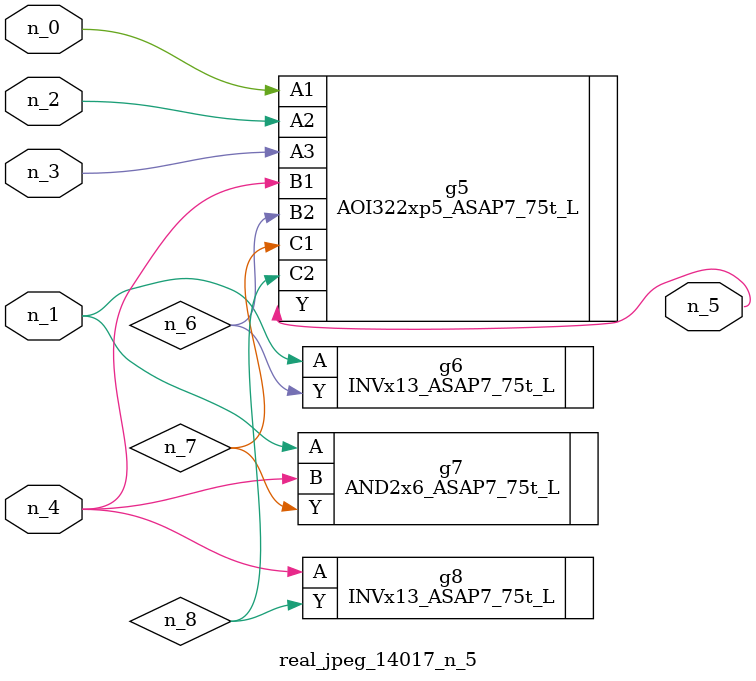
<source format=v>
module real_jpeg_14017_n_5 (n_4, n_0, n_1, n_2, n_3, n_5);

input n_4;
input n_0;
input n_1;
input n_2;
input n_3;

output n_5;

wire n_8;
wire n_6;
wire n_7;

AOI322xp5_ASAP7_75t_L g5 ( 
.A1(n_0),
.A2(n_2),
.A3(n_3),
.B1(n_4),
.B2(n_6),
.C1(n_7),
.C2(n_8),
.Y(n_5)
);

INVx13_ASAP7_75t_L g6 ( 
.A(n_1),
.Y(n_6)
);

AND2x6_ASAP7_75t_L g7 ( 
.A(n_1),
.B(n_4),
.Y(n_7)
);

INVx13_ASAP7_75t_L g8 ( 
.A(n_4),
.Y(n_8)
);


endmodule
</source>
